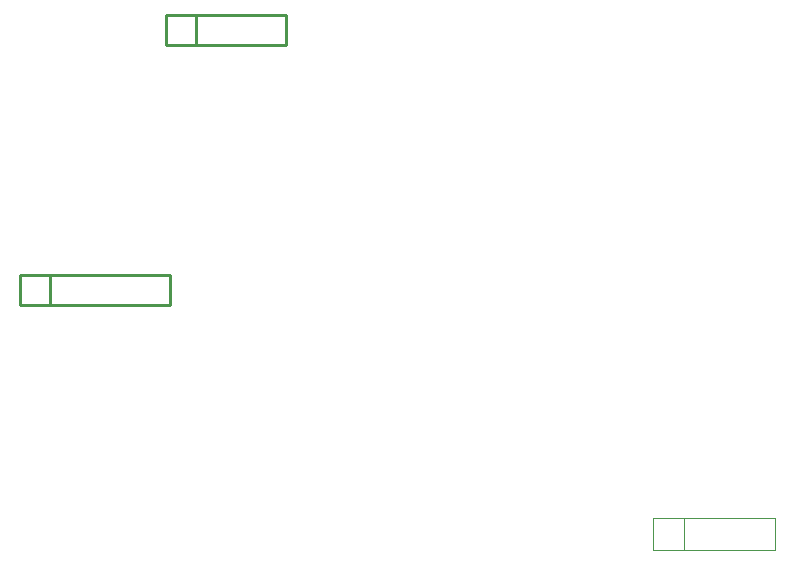
<source format=gbo>
%TF.GenerationSoftware,KiCad,Pcbnew,9.0.0*%
%TF.CreationDate,2025-03-24T10:31:21+08:00*%
%TF.ProjectId,IntelliChargingPile,496e7465-6c6c-4694-9368-617267696e67,rev?*%
%TF.SameCoordinates,Original*%
%TF.FileFunction,Legend,Bot*%
%TF.FilePolarity,Positive*%
%FSLAX46Y46*%
G04 Gerber Fmt 4.6, Leading zero omitted, Abs format (unit mm)*
G04 Created by KiCad (PCBNEW 9.0.0) date 2025-03-24 10:31:21*
%MOMM*%
%LPD*%
G01*
G04 APERTURE LIST*
%ADD10C,0.254000*%
%ADD11C,0.120000*%
G04 APERTURE END LIST*
D10*
%TO.C,U2*%
X72022700Y-77730000D02*
X84722700Y-77730000D01*
X72022700Y-80270000D02*
X72022700Y-77730000D01*
X72022700Y-80270000D02*
X84722700Y-80270000D01*
X74562700Y-80270000D02*
X74562700Y-77730000D01*
X84341700Y-55759000D02*
X94501700Y-55759000D01*
X84341700Y-58299000D02*
X84341700Y-55759000D01*
X84341700Y-58299000D02*
X94501700Y-58299000D01*
X84722700Y-80270000D02*
X84722700Y-77730000D01*
X86881700Y-58299000D02*
X86881700Y-55759000D01*
X94501700Y-58299000D02*
X94501700Y-55759000D01*
D11*
%TO.C,U4*%
X125600000Y-98370000D02*
X128210000Y-98370000D01*
X125600000Y-101030000D02*
X125600000Y-98370000D01*
X125600000Y-101030000D02*
X128210000Y-101030000D01*
X128210000Y-98370000D02*
X135890000Y-98370000D01*
X128210000Y-101030000D02*
X128210000Y-98370000D01*
X128210000Y-101030000D02*
X135890000Y-101030000D01*
X135890000Y-101030000D02*
X135890000Y-98370000D01*
%TD*%
M02*

</source>
